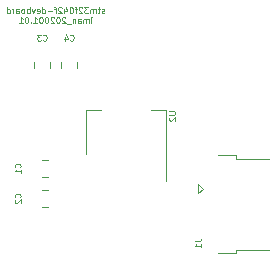
<source format=gbr>
G04 #@! TF.GenerationSoftware,KiCad,Pcbnew,(5.1.5)-3*
G04 #@! TF.CreationDate,2019-12-31T17:34:34+04:00*
G04 #@! TF.ProjectId,stm32f042_devboard,73746d33-3266-4303-9432-5f646576626f,1*
G04 #@! TF.SameCoordinates,Original*
G04 #@! TF.FileFunction,Legend,Bot*
G04 #@! TF.FilePolarity,Positive*
%FSLAX46Y46*%
G04 Gerber Fmt 4.6, Leading zero omitted, Abs format (unit mm)*
G04 Created by KiCad (PCBNEW (5.1.5)-3) date 2019-12-31 17:34:34*
%MOMM*%
%LPD*%
G04 APERTURE LIST*
%ADD10C,0.076200*%
%ADD11C,0.120000*%
G04 APERTURE END LIST*
D10*
X138363476Y-79796519D02*
X138315095Y-79820709D01*
X138218333Y-79820709D01*
X138169952Y-79796519D01*
X138145761Y-79748138D01*
X138145761Y-79723947D01*
X138169952Y-79675566D01*
X138218333Y-79651376D01*
X138290904Y-79651376D01*
X138339285Y-79627185D01*
X138363476Y-79578804D01*
X138363476Y-79554614D01*
X138339285Y-79506233D01*
X138290904Y-79482042D01*
X138218333Y-79482042D01*
X138169952Y-79506233D01*
X138000619Y-79482042D02*
X137807095Y-79482042D01*
X137928047Y-79312709D02*
X137928047Y-79748138D01*
X137903857Y-79796519D01*
X137855476Y-79820709D01*
X137807095Y-79820709D01*
X137637761Y-79820709D02*
X137637761Y-79482042D01*
X137637761Y-79530423D02*
X137613571Y-79506233D01*
X137565190Y-79482042D01*
X137492619Y-79482042D01*
X137444238Y-79506233D01*
X137420047Y-79554614D01*
X137420047Y-79820709D01*
X137420047Y-79554614D02*
X137395857Y-79506233D01*
X137347476Y-79482042D01*
X137274904Y-79482042D01*
X137226523Y-79506233D01*
X137202333Y-79554614D01*
X137202333Y-79820709D01*
X137008809Y-79312709D02*
X136694333Y-79312709D01*
X136863666Y-79506233D01*
X136791095Y-79506233D01*
X136742714Y-79530423D01*
X136718523Y-79554614D01*
X136694333Y-79602995D01*
X136694333Y-79723947D01*
X136718523Y-79772328D01*
X136742714Y-79796519D01*
X136791095Y-79820709D01*
X136936238Y-79820709D01*
X136984619Y-79796519D01*
X137008809Y-79772328D01*
X136500809Y-79361090D02*
X136476619Y-79336900D01*
X136428238Y-79312709D01*
X136307285Y-79312709D01*
X136258904Y-79336900D01*
X136234714Y-79361090D01*
X136210523Y-79409471D01*
X136210523Y-79457852D01*
X136234714Y-79530423D01*
X136525000Y-79820709D01*
X136210523Y-79820709D01*
X136065380Y-79482042D02*
X135871857Y-79482042D01*
X135992809Y-79820709D02*
X135992809Y-79385280D01*
X135968619Y-79336900D01*
X135920238Y-79312709D01*
X135871857Y-79312709D01*
X135605761Y-79312709D02*
X135557380Y-79312709D01*
X135509000Y-79336900D01*
X135484809Y-79361090D01*
X135460619Y-79409471D01*
X135436428Y-79506233D01*
X135436428Y-79627185D01*
X135460619Y-79723947D01*
X135484809Y-79772328D01*
X135509000Y-79796519D01*
X135557380Y-79820709D01*
X135605761Y-79820709D01*
X135654142Y-79796519D01*
X135678333Y-79772328D01*
X135702523Y-79723947D01*
X135726714Y-79627185D01*
X135726714Y-79506233D01*
X135702523Y-79409471D01*
X135678333Y-79361090D01*
X135654142Y-79336900D01*
X135605761Y-79312709D01*
X135001000Y-79482042D02*
X135001000Y-79820709D01*
X135121952Y-79288519D02*
X135242904Y-79651376D01*
X134928428Y-79651376D01*
X134759095Y-79361090D02*
X134734904Y-79336900D01*
X134686523Y-79312709D01*
X134565571Y-79312709D01*
X134517190Y-79336900D01*
X134493000Y-79361090D01*
X134468809Y-79409471D01*
X134468809Y-79457852D01*
X134493000Y-79530423D01*
X134783285Y-79820709D01*
X134468809Y-79820709D01*
X134323666Y-79482042D02*
X134130142Y-79482042D01*
X134251095Y-79820709D02*
X134251095Y-79385280D01*
X134226904Y-79336900D01*
X134178523Y-79312709D01*
X134130142Y-79312709D01*
X133960809Y-79627185D02*
X133573761Y-79627185D01*
X133114142Y-79820709D02*
X133114142Y-79312709D01*
X133114142Y-79796519D02*
X133162523Y-79820709D01*
X133259285Y-79820709D01*
X133307666Y-79796519D01*
X133331857Y-79772328D01*
X133356047Y-79723947D01*
X133356047Y-79578804D01*
X133331857Y-79530423D01*
X133307666Y-79506233D01*
X133259285Y-79482042D01*
X133162523Y-79482042D01*
X133114142Y-79506233D01*
X132678714Y-79796519D02*
X132727095Y-79820709D01*
X132823857Y-79820709D01*
X132872238Y-79796519D01*
X132896428Y-79748138D01*
X132896428Y-79554614D01*
X132872238Y-79506233D01*
X132823857Y-79482042D01*
X132727095Y-79482042D01*
X132678714Y-79506233D01*
X132654523Y-79554614D01*
X132654523Y-79602995D01*
X132896428Y-79651376D01*
X132485190Y-79482042D02*
X132364238Y-79820709D01*
X132243285Y-79482042D01*
X132049761Y-79820709D02*
X132049761Y-79312709D01*
X132049761Y-79506233D02*
X132001380Y-79482042D01*
X131904619Y-79482042D01*
X131856238Y-79506233D01*
X131832047Y-79530423D01*
X131807857Y-79578804D01*
X131807857Y-79723947D01*
X131832047Y-79772328D01*
X131856238Y-79796519D01*
X131904619Y-79820709D01*
X132001380Y-79820709D01*
X132049761Y-79796519D01*
X131517571Y-79820709D02*
X131565952Y-79796519D01*
X131590142Y-79772328D01*
X131614333Y-79723947D01*
X131614333Y-79578804D01*
X131590142Y-79530423D01*
X131565952Y-79506233D01*
X131517571Y-79482042D01*
X131445000Y-79482042D01*
X131396619Y-79506233D01*
X131372428Y-79530423D01*
X131348238Y-79578804D01*
X131348238Y-79723947D01*
X131372428Y-79772328D01*
X131396619Y-79796519D01*
X131445000Y-79820709D01*
X131517571Y-79820709D01*
X130912809Y-79820709D02*
X130912809Y-79554614D01*
X130937000Y-79506233D01*
X130985380Y-79482042D01*
X131082142Y-79482042D01*
X131130523Y-79506233D01*
X130912809Y-79796519D02*
X130961190Y-79820709D01*
X131082142Y-79820709D01*
X131130523Y-79796519D01*
X131154714Y-79748138D01*
X131154714Y-79699757D01*
X131130523Y-79651376D01*
X131082142Y-79627185D01*
X130961190Y-79627185D01*
X130912809Y-79602995D01*
X130670904Y-79820709D02*
X130670904Y-79482042D01*
X130670904Y-79578804D02*
X130646714Y-79530423D01*
X130622523Y-79506233D01*
X130574142Y-79482042D01*
X130525761Y-79482042D01*
X130138714Y-79820709D02*
X130138714Y-79312709D01*
X130138714Y-79796519D02*
X130187095Y-79820709D01*
X130283857Y-79820709D01*
X130332238Y-79796519D01*
X130356428Y-79772328D01*
X130380619Y-79723947D01*
X130380619Y-79578804D01*
X130356428Y-79530423D01*
X130332238Y-79506233D01*
X130283857Y-79482042D01*
X130187095Y-79482042D01*
X130138714Y-79506233D01*
X137287000Y-80658909D02*
X137287000Y-80320242D01*
X137287000Y-80150909D02*
X137311190Y-80175100D01*
X137287000Y-80199290D01*
X137262809Y-80175100D01*
X137287000Y-80150909D01*
X137287000Y-80199290D01*
X137045095Y-80658909D02*
X137045095Y-80320242D01*
X137045095Y-80368623D02*
X137020904Y-80344433D01*
X136972523Y-80320242D01*
X136899952Y-80320242D01*
X136851571Y-80344433D01*
X136827380Y-80392814D01*
X136827380Y-80658909D01*
X136827380Y-80392814D02*
X136803190Y-80344433D01*
X136754809Y-80320242D01*
X136682238Y-80320242D01*
X136633857Y-80344433D01*
X136609666Y-80392814D01*
X136609666Y-80658909D01*
X136150047Y-80658909D02*
X136150047Y-80392814D01*
X136174238Y-80344433D01*
X136222619Y-80320242D01*
X136319380Y-80320242D01*
X136367761Y-80344433D01*
X136150047Y-80634719D02*
X136198428Y-80658909D01*
X136319380Y-80658909D01*
X136367761Y-80634719D01*
X136391952Y-80586338D01*
X136391952Y-80537957D01*
X136367761Y-80489576D01*
X136319380Y-80465385D01*
X136198428Y-80465385D01*
X136150047Y-80441195D01*
X135908142Y-80320242D02*
X135908142Y-80658909D01*
X135908142Y-80368623D02*
X135883952Y-80344433D01*
X135835571Y-80320242D01*
X135763000Y-80320242D01*
X135714619Y-80344433D01*
X135690428Y-80392814D01*
X135690428Y-80658909D01*
X135569476Y-80707290D02*
X135182428Y-80707290D01*
X135085666Y-80199290D02*
X135061476Y-80175100D01*
X135013095Y-80150909D01*
X134892142Y-80150909D01*
X134843761Y-80175100D01*
X134819571Y-80199290D01*
X134795380Y-80247671D01*
X134795380Y-80296052D01*
X134819571Y-80368623D01*
X135109857Y-80658909D01*
X134795380Y-80658909D01*
X134480904Y-80150909D02*
X134432523Y-80150909D01*
X134384142Y-80175100D01*
X134359952Y-80199290D01*
X134335761Y-80247671D01*
X134311571Y-80344433D01*
X134311571Y-80465385D01*
X134335761Y-80562147D01*
X134359952Y-80610528D01*
X134384142Y-80634719D01*
X134432523Y-80658909D01*
X134480904Y-80658909D01*
X134529285Y-80634719D01*
X134553476Y-80610528D01*
X134577666Y-80562147D01*
X134601857Y-80465385D01*
X134601857Y-80344433D01*
X134577666Y-80247671D01*
X134553476Y-80199290D01*
X134529285Y-80175100D01*
X134480904Y-80150909D01*
X134118047Y-80199290D02*
X134093857Y-80175100D01*
X134045476Y-80150909D01*
X133924523Y-80150909D01*
X133876142Y-80175100D01*
X133851952Y-80199290D01*
X133827761Y-80247671D01*
X133827761Y-80296052D01*
X133851952Y-80368623D01*
X134142238Y-80658909D01*
X133827761Y-80658909D01*
X133513285Y-80150909D02*
X133464904Y-80150909D01*
X133416523Y-80175100D01*
X133392333Y-80199290D01*
X133368142Y-80247671D01*
X133343952Y-80344433D01*
X133343952Y-80465385D01*
X133368142Y-80562147D01*
X133392333Y-80610528D01*
X133416523Y-80634719D01*
X133464904Y-80658909D01*
X133513285Y-80658909D01*
X133561666Y-80634719D01*
X133585857Y-80610528D01*
X133610047Y-80562147D01*
X133634238Y-80465385D01*
X133634238Y-80344433D01*
X133610047Y-80247671D01*
X133585857Y-80199290D01*
X133561666Y-80175100D01*
X133513285Y-80150909D01*
X133029476Y-80150909D02*
X132981095Y-80150909D01*
X132932714Y-80175100D01*
X132908523Y-80199290D01*
X132884333Y-80247671D01*
X132860142Y-80344433D01*
X132860142Y-80465385D01*
X132884333Y-80562147D01*
X132908523Y-80610528D01*
X132932714Y-80634719D01*
X132981095Y-80658909D01*
X133029476Y-80658909D01*
X133077857Y-80634719D01*
X133102047Y-80610528D01*
X133126238Y-80562147D01*
X133150428Y-80465385D01*
X133150428Y-80344433D01*
X133126238Y-80247671D01*
X133102047Y-80199290D01*
X133077857Y-80175100D01*
X133029476Y-80150909D01*
X132376333Y-80658909D02*
X132666619Y-80658909D01*
X132521476Y-80658909D02*
X132521476Y-80150909D01*
X132569857Y-80223480D01*
X132618238Y-80271861D01*
X132666619Y-80296052D01*
X132158619Y-80610528D02*
X132134428Y-80634719D01*
X132158619Y-80658909D01*
X132182809Y-80634719D01*
X132158619Y-80610528D01*
X132158619Y-80658909D01*
X131819952Y-80150909D02*
X131771571Y-80150909D01*
X131723190Y-80175100D01*
X131699000Y-80199290D01*
X131674809Y-80247671D01*
X131650619Y-80344433D01*
X131650619Y-80465385D01*
X131674809Y-80562147D01*
X131699000Y-80610528D01*
X131723190Y-80634719D01*
X131771571Y-80658909D01*
X131819952Y-80658909D01*
X131868333Y-80634719D01*
X131892523Y-80610528D01*
X131916714Y-80562147D01*
X131940904Y-80465385D01*
X131940904Y-80344433D01*
X131916714Y-80247671D01*
X131892523Y-80199290D01*
X131868333Y-80175100D01*
X131819952Y-80150909D01*
X131166809Y-80658909D02*
X131457095Y-80658909D01*
X131311952Y-80658909D02*
X131311952Y-80150909D01*
X131360333Y-80223480D01*
X131408714Y-80271861D01*
X131457095Y-80296052D01*
D11*
X146741000Y-94687000D02*
X146291000Y-94287000D01*
X146291000Y-94287000D02*
X146291000Y-95087000D01*
X146291000Y-95087000D02*
X146741000Y-94687000D01*
X152341000Y-99837000D02*
X149541000Y-99837000D01*
X149541000Y-99837000D02*
X149541000Y-100137000D01*
X149541000Y-100137000D02*
X147991000Y-100137000D01*
X152341000Y-92137000D02*
X149541000Y-92137000D01*
X149541000Y-91837000D02*
X149541000Y-92137000D01*
X149541000Y-91837000D02*
X147991000Y-91837000D01*
X143618000Y-94016000D02*
X143618000Y-88006000D01*
X136798000Y-91766000D02*
X136798000Y-88006000D01*
X143618000Y-88006000D02*
X142358000Y-88006000D01*
X136798000Y-88006000D02*
X138058000Y-88006000D01*
X134672000Y-84453252D02*
X134672000Y-83930748D01*
X136092000Y-84453252D02*
X136092000Y-83930748D01*
X132386000Y-84453252D02*
X132386000Y-83930748D01*
X133806000Y-84453252D02*
X133806000Y-83930748D01*
X133620252Y-96214000D02*
X133097748Y-96214000D01*
X133620252Y-94794000D02*
X133097748Y-94794000D01*
X133620252Y-93674000D02*
X133097748Y-93674000D01*
X133620252Y-92254000D02*
X133097748Y-92254000D01*
D10*
X146025809Y-99144666D02*
X146388666Y-99144666D01*
X146461238Y-99120476D01*
X146509619Y-99072095D01*
X146533809Y-98999523D01*
X146533809Y-98951142D01*
X146533809Y-99652666D02*
X146533809Y-99362380D01*
X146533809Y-99507523D02*
X146025809Y-99507523D01*
X146098380Y-99459142D01*
X146146761Y-99410761D01*
X146170952Y-99362380D01*
X143866809Y-88131952D02*
X144278047Y-88131952D01*
X144326428Y-88156142D01*
X144350619Y-88180333D01*
X144374809Y-88228714D01*
X144374809Y-88325476D01*
X144350619Y-88373857D01*
X144326428Y-88398047D01*
X144278047Y-88422238D01*
X143866809Y-88422238D01*
X143915190Y-88639952D02*
X143891000Y-88664142D01*
X143866809Y-88712523D01*
X143866809Y-88833476D01*
X143891000Y-88881857D01*
X143915190Y-88906047D01*
X143963571Y-88930238D01*
X144011952Y-88930238D01*
X144084523Y-88906047D01*
X144374809Y-88615761D01*
X144374809Y-88930238D01*
X135466666Y-82096428D02*
X135490857Y-82120619D01*
X135563428Y-82144809D01*
X135611809Y-82144809D01*
X135684380Y-82120619D01*
X135732761Y-82072238D01*
X135756952Y-82023857D01*
X135781142Y-81927095D01*
X135781142Y-81854523D01*
X135756952Y-81757761D01*
X135732761Y-81709380D01*
X135684380Y-81661000D01*
X135611809Y-81636809D01*
X135563428Y-81636809D01*
X135490857Y-81661000D01*
X135466666Y-81685190D01*
X135031238Y-81806142D02*
X135031238Y-82144809D01*
X135152190Y-81612619D02*
X135273142Y-81975476D01*
X134958666Y-81975476D01*
X133180666Y-82096428D02*
X133204857Y-82120619D01*
X133277428Y-82144809D01*
X133325809Y-82144809D01*
X133398380Y-82120619D01*
X133446761Y-82072238D01*
X133470952Y-82023857D01*
X133495142Y-81927095D01*
X133495142Y-81854523D01*
X133470952Y-81757761D01*
X133446761Y-81709380D01*
X133398380Y-81661000D01*
X133325809Y-81636809D01*
X133277428Y-81636809D01*
X133204857Y-81661000D01*
X133180666Y-81685190D01*
X133011333Y-81636809D02*
X132696857Y-81636809D01*
X132866190Y-81830333D01*
X132793619Y-81830333D01*
X132745238Y-81854523D01*
X132721047Y-81878714D01*
X132696857Y-81927095D01*
X132696857Y-82048047D01*
X132721047Y-82096428D01*
X132745238Y-82120619D01*
X132793619Y-82144809D01*
X132938761Y-82144809D01*
X132987142Y-82120619D01*
X133011333Y-82096428D01*
X131245428Y-95419333D02*
X131269619Y-95395142D01*
X131293809Y-95322571D01*
X131293809Y-95274190D01*
X131269619Y-95201619D01*
X131221238Y-95153238D01*
X131172857Y-95129047D01*
X131076095Y-95104857D01*
X131003523Y-95104857D01*
X130906761Y-95129047D01*
X130858380Y-95153238D01*
X130810000Y-95201619D01*
X130785809Y-95274190D01*
X130785809Y-95322571D01*
X130810000Y-95395142D01*
X130834190Y-95419333D01*
X130834190Y-95612857D02*
X130810000Y-95637047D01*
X130785809Y-95685428D01*
X130785809Y-95806380D01*
X130810000Y-95854761D01*
X130834190Y-95878952D01*
X130882571Y-95903142D01*
X130930952Y-95903142D01*
X131003523Y-95878952D01*
X131293809Y-95588666D01*
X131293809Y-95903142D01*
X131245428Y-92879333D02*
X131269619Y-92855142D01*
X131293809Y-92782571D01*
X131293809Y-92734190D01*
X131269619Y-92661619D01*
X131221238Y-92613238D01*
X131172857Y-92589047D01*
X131076095Y-92564857D01*
X131003523Y-92564857D01*
X130906761Y-92589047D01*
X130858380Y-92613238D01*
X130810000Y-92661619D01*
X130785809Y-92734190D01*
X130785809Y-92782571D01*
X130810000Y-92855142D01*
X130834190Y-92879333D01*
X131293809Y-93363142D02*
X131293809Y-93072857D01*
X131293809Y-93218000D02*
X130785809Y-93218000D01*
X130858380Y-93169619D01*
X130906761Y-93121238D01*
X130930952Y-93072857D01*
M02*

</source>
